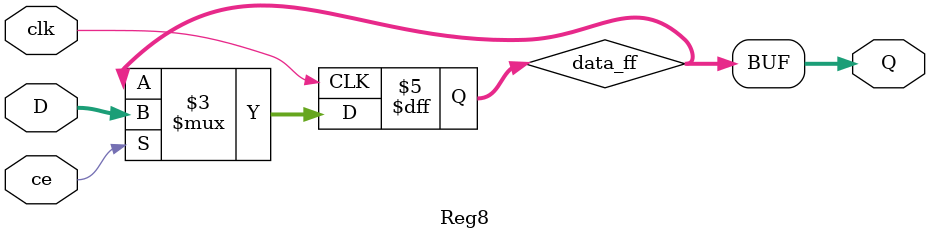
<source format=v>

module Reg8(
    input clk,
    input ce,
    input [7:0] D,
    output [7:0] Q
    );

    reg [7:0] data_ff = 0;

    always @(posedge clk) begin
        if (ce) begin
            data_ff <= D;
        end
    end

    assign Q = data_ff;

endmodule

</source>
